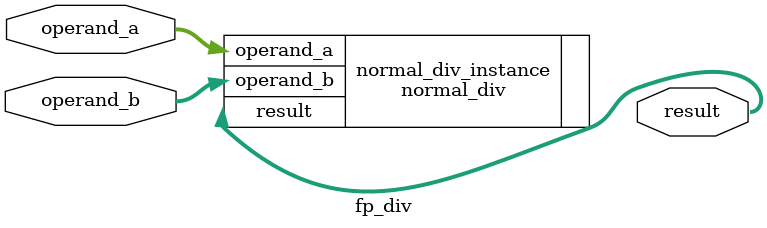
<source format=v>
`timescale 1ns / 1ps
module fp_div(
    input [31:0] operand_a,
    input [31:0] operand_b,
    output [31:0] result
);

normal_div normal_div_instance(
    .operand_a(operand_a),
    .operand_b(operand_b),
    .result(result)
);

endmodule

</source>
